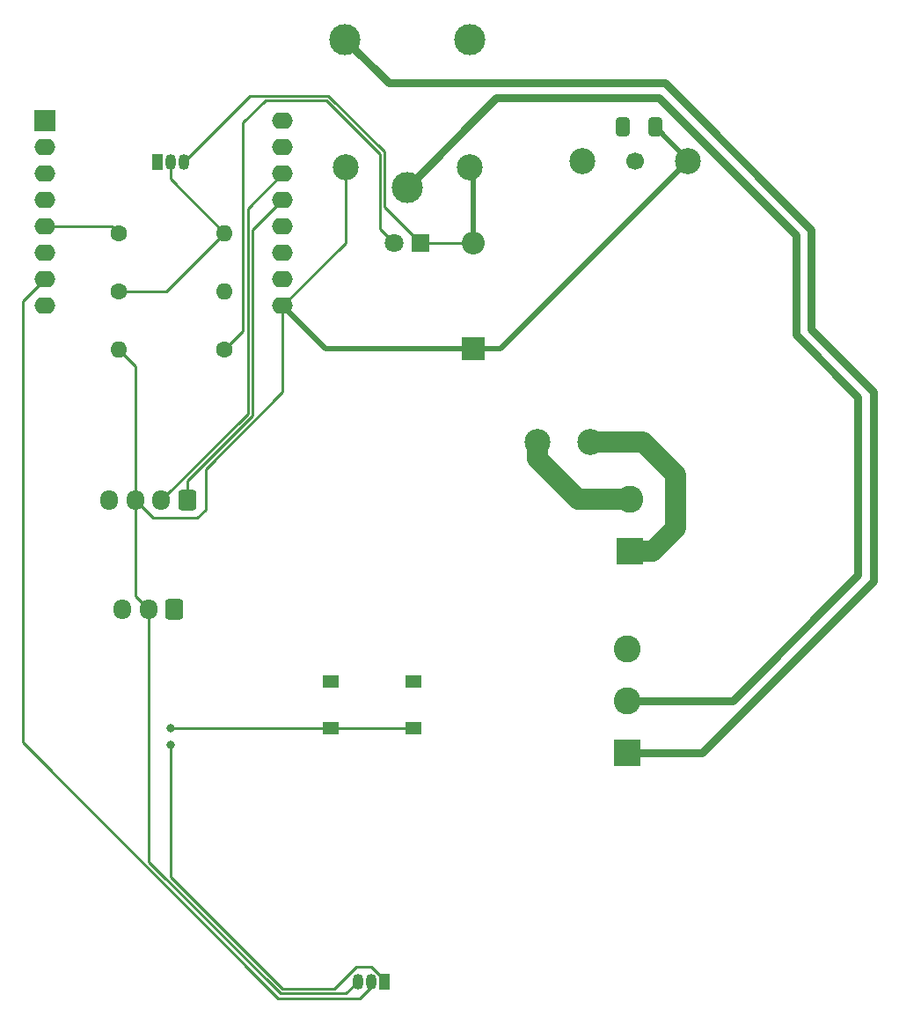
<source format=gbr>
%TF.GenerationSoftware,KiCad,Pcbnew,7.0.10*%
%TF.CreationDate,2025-11-30T18:16:02+01:00*%
%TF.ProjectId,open_thermostat,6f70656e-5f74-4686-9572-6d6f73746174,rev?*%
%TF.SameCoordinates,Original*%
%TF.FileFunction,Copper,L1,Top*%
%TF.FilePolarity,Positive*%
%FSLAX46Y46*%
G04 Gerber Fmt 4.6, Leading zero omitted, Abs format (unit mm)*
G04 Created by KiCad (PCBNEW 7.0.10) date 2025-11-30 18:16:02*
%MOMM*%
%LPD*%
G01*
G04 APERTURE LIST*
G04 Aperture macros list*
%AMRoundRect*
0 Rectangle with rounded corners*
0 $1 Rounding radius*
0 $2 $3 $4 $5 $6 $7 $8 $9 X,Y pos of 4 corners*
0 Add a 4 corners polygon primitive as box body*
4,1,4,$2,$3,$4,$5,$6,$7,$8,$9,$2,$3,0*
0 Add four circle primitives for the rounded corners*
1,1,$1+$1,$2,$3*
1,1,$1+$1,$4,$5*
1,1,$1+$1,$6,$7*
1,1,$1+$1,$8,$9*
0 Add four rect primitives between the rounded corners*
20,1,$1+$1,$2,$3,$4,$5,0*
20,1,$1+$1,$4,$5,$6,$7,0*
20,1,$1+$1,$6,$7,$8,$9,0*
20,1,$1+$1,$8,$9,$2,$3,0*%
G04 Aperture macros list end*
%TA.AperFunction,SMDPad,CuDef*%
%ADD10R,1.550000X1.300000*%
%TD*%
%TA.AperFunction,ComponentPad*%
%ADD11C,1.700000*%
%TD*%
%TA.AperFunction,ComponentPad*%
%ADD12C,2.500000*%
%TD*%
%TA.AperFunction,SMDPad,CuDef*%
%ADD13RoundRect,0.250000X-0.412500X-0.650000X0.412500X-0.650000X0.412500X0.650000X-0.412500X0.650000X0*%
%TD*%
%TA.AperFunction,ComponentPad*%
%ADD14R,1.050000X1.500000*%
%TD*%
%TA.AperFunction,ComponentPad*%
%ADD15O,1.050000X1.500000*%
%TD*%
%TA.AperFunction,ComponentPad*%
%ADD16C,1.600000*%
%TD*%
%TA.AperFunction,ComponentPad*%
%ADD17O,1.600000X1.600000*%
%TD*%
%TA.AperFunction,ComponentPad*%
%ADD18RoundRect,0.250000X0.600000X0.725000X-0.600000X0.725000X-0.600000X-0.725000X0.600000X-0.725000X0*%
%TD*%
%TA.AperFunction,ComponentPad*%
%ADD19O,1.700000X1.950000*%
%TD*%
%TA.AperFunction,ComponentPad*%
%ADD20R,2.600000X2.600000*%
%TD*%
%TA.AperFunction,ComponentPad*%
%ADD21C,2.600000*%
%TD*%
%TA.AperFunction,ComponentPad*%
%ADD22R,1.800000X1.800000*%
%TD*%
%TA.AperFunction,ComponentPad*%
%ADD23C,1.800000*%
%TD*%
%TA.AperFunction,ComponentPad*%
%ADD24R,2.000000X2.000000*%
%TD*%
%TA.AperFunction,ComponentPad*%
%ADD25O,2.000000X1.600000*%
%TD*%
%TA.AperFunction,ComponentPad*%
%ADD26R,2.200000X2.200000*%
%TD*%
%TA.AperFunction,ComponentPad*%
%ADD27O,2.200000X2.200000*%
%TD*%
%TA.AperFunction,ComponentPad*%
%ADD28C,3.000000*%
%TD*%
%TA.AperFunction,ViaPad*%
%ADD29C,0.800000*%
%TD*%
%TA.AperFunction,Conductor*%
%ADD30C,0.250000*%
%TD*%
%TA.AperFunction,Conductor*%
%ADD31C,0.500000*%
%TD*%
%TA.AperFunction,Conductor*%
%ADD32C,2.000000*%
%TD*%
%TA.AperFunction,Conductor*%
%ADD33C,0.750000*%
%TD*%
G04 APERTURE END LIST*
D10*
%TO.P,SW1,1,1*%
%TO.N,GND*%
X96050000Y-117900000D03*
X104000000Y-117900000D03*
%TO.P,SW1,2,2*%
%TO.N,BTN*%
X96050000Y-122400000D03*
X104000000Y-122400000D03*
%TD*%
D11*
%TO.P,PS1,*%
%TO.N,*%
X125380000Y-67900000D03*
D12*
%TO.P,PS1,1,AC/N*%
%TO.N,Net-(J4-Pin_2)*%
X115920000Y-94900000D03*
%TO.P,PS1,2,AC/L*%
%TO.N,Net-(J4-Pin_1)*%
X121000000Y-94900000D03*
%TO.P,PS1,3,-Vo*%
%TO.N,GND*%
X120300000Y-67900000D03*
%TO.P,PS1,4,+Vo*%
%TO.N,5V*%
X130460000Y-67900000D03*
%TD*%
D13*
%TO.P,C1,1*%
%TO.N,GND*%
X124137500Y-64600000D03*
%TO.P,C1,2*%
%TO.N,5V*%
X127262500Y-64600000D03*
%TD*%
D14*
%TO.P,U2,1,GND*%
%TO.N,GND*%
X101200000Y-146800000D03*
D15*
%TO.P,U2,2,DQ*%
%TO.N,TEMP*%
X99930000Y-146800000D03*
%TO.P,U2,3,V_{DD}*%
%TO.N,5V*%
X98660000Y-146800000D03*
%TD*%
D16*
%TO.P,R1,1*%
%TO.N,OUT*%
X75640000Y-74833334D03*
D17*
%TO.P,R1,2*%
%TO.N,Net-(Q1-B)*%
X85800000Y-74833334D03*
%TD*%
D18*
%TO.P,J2,1,Pin_1*%
%TO.N,SDA*%
X82250000Y-100475000D03*
D19*
%TO.P,J2,2,Pin_2*%
%TO.N,SCL*%
X79750000Y-100475000D03*
%TO.P,J2,3,Pin_3*%
%TO.N,5V*%
X77250000Y-100475000D03*
%TO.P,J2,4,Pin_4*%
%TO.N,GND*%
X74750000Y-100475000D03*
%TD*%
D16*
%TO.P,R2,1*%
%TO.N,Net-(Q1-B)*%
X75640000Y-80400000D03*
D17*
%TO.P,R2,2*%
%TO.N,GND*%
X85800000Y-80400000D03*
%TD*%
D20*
%TO.P,J4,1,Pin_1*%
%TO.N,Net-(J4-Pin_1)*%
X124800000Y-105400000D03*
D21*
%TO.P,J4,2,Pin_2*%
%TO.N,Net-(J4-Pin_2)*%
X124800000Y-100400000D03*
%TD*%
D20*
%TO.P,J1,1,Pin_1*%
%TO.N,Net-(J1-Pin_1)*%
X124600000Y-124800000D03*
D21*
%TO.P,J1,2,Pin_2*%
%TO.N,Net-(J1-Pin_2)*%
X124600000Y-119800000D03*
%TO.P,J1,3,Pin_3*%
%TO.N,Net-(J1-Pin_3)*%
X124600000Y-114800000D03*
%TD*%
D22*
%TO.P,D2,1,K*%
%TO.N,Net-(D1-A)*%
X104675000Y-75800000D03*
D23*
%TO.P,D2,2,A*%
%TO.N,Net-(D2-A)*%
X102135000Y-75800000D03*
%TD*%
D16*
%TO.P,R4,1*%
%TO.N,Net-(D2-A)*%
X85800000Y-86000000D03*
D17*
%TO.P,R4,2*%
%TO.N,5V*%
X75640000Y-86000000D03*
%TD*%
D24*
%TO.P,U1,1,~{RST}*%
%TO.N,unconnected-(U1-~{RST}-Pad1)*%
X68540000Y-64000000D03*
D25*
%TO.P,U1,2,A0*%
%TO.N,unconnected-(U1-A0-Pad2)*%
X68540000Y-66540000D03*
%TO.P,U1,3,D0*%
%TO.N,unconnected-(U1-D0-Pad3)*%
X68540000Y-69080000D03*
%TO.P,U1,4,SCK/D5*%
%TO.N,LED*%
X68540000Y-71620000D03*
%TO.P,U1,5,MISO/D6*%
%TO.N,OUT*%
X68540000Y-74160000D03*
%TO.P,U1,6,MOSI/D7*%
%TO.N,BTN*%
X68540000Y-76700000D03*
%TO.P,U1,7,CS/D8*%
%TO.N,TEMP*%
X68540000Y-79240000D03*
%TO.P,U1,8,3V3*%
%TO.N,unconnected-(U1-3V3-Pad8)*%
X68540000Y-81780000D03*
%TO.P,U1,9,5V*%
%TO.N,5V*%
X91400000Y-81780000D03*
%TO.P,U1,10,GND*%
%TO.N,GND*%
X91400000Y-79240000D03*
%TO.P,U1,11,D4*%
%TO.N,unconnected-(U1-D4-Pad11)*%
X91400000Y-76700000D03*
%TO.P,U1,12,D3*%
%TO.N,unconnected-(U1-D3-Pad12)*%
X91400000Y-74160000D03*
%TO.P,U1,13,SDA/D2*%
%TO.N,SDA*%
X91400000Y-71620000D03*
%TO.P,U1,14,SCL/D1*%
%TO.N,SCL*%
X91400000Y-69080000D03*
%TO.P,U1,15,RX*%
%TO.N,unconnected-(U1-RX-Pad15)*%
X91400000Y-66540000D03*
%TO.P,U1,16,TX*%
%TO.N,unconnected-(U1-TX-Pad16)*%
X91400000Y-64000000D03*
%TD*%
D14*
%TO.P,Q1,1,E*%
%TO.N,GND*%
X79330000Y-67960000D03*
D15*
%TO.P,Q1,2,B*%
%TO.N,Net-(Q1-B)*%
X80600000Y-67960000D03*
%TO.P,Q1,3,C*%
%TO.N,Net-(D1-A)*%
X81870000Y-67960000D03*
%TD*%
D26*
%TO.P,D1,1,K*%
%TO.N,5V*%
X109800000Y-85960000D03*
D27*
%TO.P,D1,2,A*%
%TO.N,Net-(D1-A)*%
X109800000Y-75800000D03*
%TD*%
D28*
%TO.P,K1,1*%
%TO.N,Net-(J1-Pin_2)*%
X103400000Y-70400000D03*
D12*
%TO.P,K1,2*%
%TO.N,Net-(D1-A)*%
X109450000Y-68450000D03*
D28*
%TO.P,K1,3*%
%TO.N,Net-(J1-Pin_3)*%
X109450000Y-56250000D03*
%TO.P,K1,4*%
%TO.N,Net-(J1-Pin_1)*%
X97400000Y-56200000D03*
D12*
%TO.P,K1,5*%
%TO.N,5V*%
X97450000Y-68450000D03*
%TD*%
D18*
%TO.P,J3,1,Pin_1*%
%TO.N,LED*%
X81000000Y-111000000D03*
D19*
%TO.P,J3,2,Pin_2*%
%TO.N,5V*%
X78500000Y-111000000D03*
%TO.P,J3,3,Pin_3*%
%TO.N,GND*%
X76000000Y-111000000D03*
%TD*%
D29*
%TO.N,GND*%
X80600000Y-124000000D03*
X124200000Y-64600000D03*
X104000000Y-118000000D03*
X96000000Y-118000000D03*
%TO.N,BTN*%
X80600000Y-122400000D03*
%TD*%
D30*
%TO.N,GND*%
X80600000Y-124000000D02*
X80600000Y-136727208D01*
X80600000Y-136727208D02*
X91372792Y-147500000D01*
X91372792Y-147500000D02*
X96366459Y-147500000D01*
X96366459Y-147500000D02*
X98466459Y-145400000D01*
X101200000Y-146642918D02*
X101200000Y-146800000D01*
X98466459Y-145400000D02*
X99957082Y-145400000D01*
X99957082Y-145400000D02*
X101200000Y-146642918D01*
%TO.N,5V*%
X77250000Y-109750000D02*
X78500000Y-111000000D01*
X84000000Y-101400000D02*
X84000000Y-97497792D01*
X84000000Y-97497792D02*
X91400000Y-90097792D01*
X97450000Y-75730000D02*
X91400000Y-81780000D01*
X77250000Y-87610000D02*
X75640000Y-86000000D01*
D31*
X112400000Y-85960000D02*
X130460000Y-67900000D01*
D30*
X91186396Y-147950000D02*
X97510000Y-147950000D01*
X97510000Y-147950000D02*
X98660000Y-146800000D01*
X83200000Y-102200000D02*
X84000000Y-101400000D01*
X77250000Y-100475000D02*
X78975000Y-102200000D01*
X78500000Y-111000000D02*
X78500000Y-135263604D01*
X78500000Y-135263604D02*
X91186396Y-147950000D01*
X91400000Y-90097792D02*
X91400000Y-81780000D01*
D31*
X95580000Y-85960000D02*
X112400000Y-85960000D01*
X130460000Y-67797500D02*
X127262500Y-64600000D01*
D30*
X77250000Y-100475000D02*
X77250000Y-87610000D01*
X77250000Y-100475000D02*
X77250000Y-109750000D01*
X97450000Y-68450000D02*
X97450000Y-75730000D01*
X78975000Y-102200000D02*
X83200000Y-102200000D01*
D31*
X91400000Y-81780000D02*
X95580000Y-85960000D01*
X130460000Y-67900000D02*
X130460000Y-67797500D01*
D30*
%TO.N,GND*%
X95750000Y-117600000D02*
X96000000Y-117850000D01*
X96150000Y-118000000D02*
X96050000Y-117900000D01*
X96000000Y-118000000D02*
X96150000Y-118000000D01*
X96000000Y-117850000D02*
X96000000Y-118000000D01*
X104000000Y-118000000D02*
X104000000Y-117900000D01*
X104100000Y-117900000D02*
X104000000Y-118000000D01*
%TO.N,SCL*%
X91400000Y-69080000D02*
X88050000Y-72430000D01*
X88050000Y-92175000D02*
X79750000Y-100475000D01*
X88050000Y-72430000D02*
X88050000Y-92175000D01*
%TO.N,SDA*%
X91400000Y-71620000D02*
X88500000Y-74520000D01*
X82250000Y-98611396D02*
X82250000Y-100475000D01*
X88500000Y-74520000D02*
X88500000Y-92361396D01*
X88500000Y-92361396D02*
X82250000Y-98611396D01*
D32*
%TO.N,Net-(J4-Pin_1)*%
X127000000Y-105400000D02*
X124800000Y-105400000D01*
X121000000Y-94900000D02*
X126100000Y-94900000D01*
X126100000Y-94900000D02*
X129200000Y-98000000D01*
X129200000Y-98000000D02*
X129200000Y-103200000D01*
X129200000Y-103200000D02*
X127000000Y-105400000D01*
%TO.N,Net-(J4-Pin_2)*%
X115920000Y-94900000D02*
X115920000Y-96520000D01*
X115920000Y-96520000D02*
X119800000Y-100400000D01*
X119800000Y-100400000D02*
X124800000Y-100400000D01*
D30*
%TO.N,OUT*%
X68540000Y-74160000D02*
X74966666Y-74160000D01*
X74966666Y-74160000D02*
X75640000Y-74833334D01*
%TO.N,BTN*%
X96050000Y-122400000D02*
X80600000Y-122400000D01*
X104000000Y-122400000D02*
X96050000Y-122400000D01*
%TO.N,TEMP*%
X99930000Y-147350000D02*
X98880000Y-148400000D01*
X66400000Y-81380000D02*
X68540000Y-79240000D01*
X91000000Y-148400000D02*
X66400000Y-123800000D01*
X99930000Y-146800000D02*
X99930000Y-147350000D01*
X98880000Y-148400000D02*
X91000000Y-148400000D01*
X66400000Y-123800000D02*
X66400000Y-81380000D01*
%TO.N,Net-(D1-A)*%
X95800000Y-61600000D02*
X101200000Y-67000000D01*
X101200000Y-67000000D02*
X101200000Y-72325000D01*
X104675000Y-75800000D02*
X109800000Y-75800000D01*
X101200000Y-72325000D02*
X104675000Y-75800000D01*
X81870000Y-67960000D02*
X88230000Y-61600000D01*
X88230000Y-61600000D02*
X95800000Y-61600000D01*
D31*
X109450000Y-68450000D02*
X109800000Y-68800000D01*
X109800000Y-68800000D02*
X109800000Y-75800000D01*
D30*
%TO.N,Net-(D2-A)*%
X89750000Y-62050000D02*
X87600000Y-64200000D01*
X102135000Y-75800000D02*
X100750000Y-74415000D01*
X95613604Y-62050000D02*
X89750000Y-62050000D01*
X100750000Y-74415000D02*
X100750000Y-67186396D01*
X100750000Y-67186396D02*
X95613604Y-62050000D01*
X87600000Y-64200000D02*
X87600000Y-84200000D01*
X87600000Y-84200000D02*
X85800000Y-86000000D01*
D33*
%TO.N,Net-(J1-Pin_1)*%
X142300000Y-84050000D02*
X148300000Y-90050000D01*
X101600000Y-60400000D02*
X128200000Y-60400000D01*
X148300000Y-108300000D02*
X131800000Y-124800000D01*
X131800000Y-124800000D02*
X124600000Y-124800000D01*
X148300000Y-90050000D02*
X148300000Y-108300000D01*
X142300000Y-74500000D02*
X142300000Y-84050000D01*
X97400000Y-56200000D02*
X101600000Y-60400000D01*
X128200000Y-60400000D02*
X142300000Y-74500000D01*
%TO.N,Net-(J1-Pin_2)*%
X112000000Y-61800000D02*
X127600000Y-61800000D01*
X134700000Y-119800000D02*
X124600000Y-119800000D01*
X146800000Y-107700000D02*
X134700000Y-119800000D01*
X140800000Y-84600000D02*
X146800000Y-90600000D01*
X103400000Y-70400000D02*
X112000000Y-61800000D01*
X146800000Y-90600000D02*
X146800000Y-107700000D01*
X140800000Y-75000000D02*
X140800000Y-84600000D01*
X127600000Y-61800000D02*
X140800000Y-75000000D01*
D30*
%TO.N,Net-(Q1-B)*%
X80600000Y-69633334D02*
X85800000Y-74833334D01*
X75640000Y-80400000D02*
X80233334Y-80400000D01*
X80233334Y-80400000D02*
X85800000Y-74833334D01*
X80600000Y-67960000D02*
X80600000Y-69633334D01*
%TD*%
M02*

</source>
